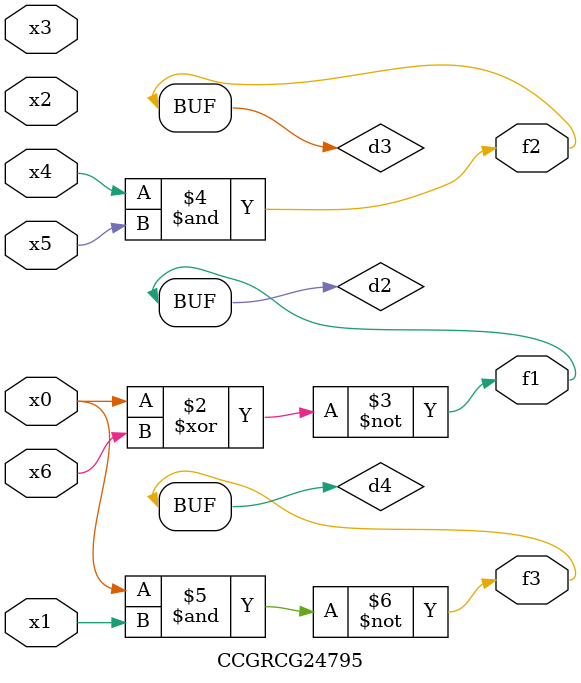
<source format=v>
module CCGRCG24795(
	input x0, x1, x2, x3, x4, x5, x6,
	output f1, f2, f3
);

	wire d1, d2, d3, d4;

	nor (d1, x0);
	xnor (d2, x0, x6);
	and (d3, x4, x5);
	nand (d4, x0, x1);
	assign f1 = d2;
	assign f2 = d3;
	assign f3 = d4;
endmodule

</source>
